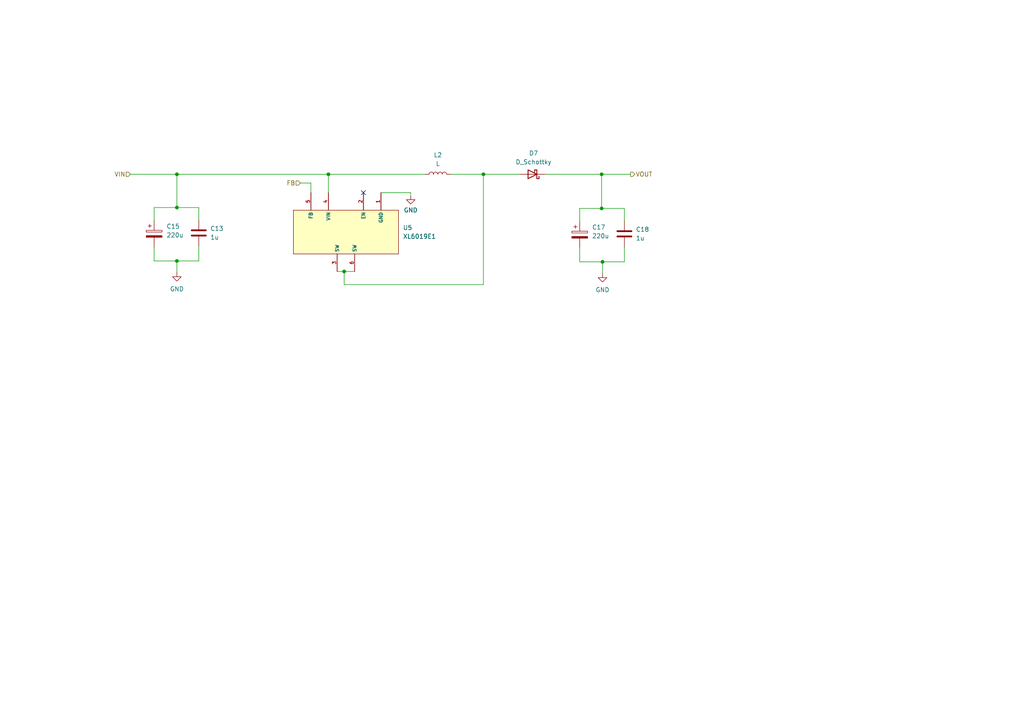
<source format=kicad_sch>
(kicad_sch (version 20230121) (generator eeschema)
  (paper "A4")
  (lib_symbols
    (symbol "Device:C" (pin_numbers hide) (pin_names (offset 0.254))
      (property "Reference" "C" (at 0.635 2.54 0))
      (property "Value" "C" (at 0.635 -2.54 0))
      (symbol "C_0_1"
        (polyline (pts (xy -2.032 -0.762) (xy 2.032 -0.762)) (stroke (width 0.508)))
        (polyline (pts (xy -2.032 0.762) (xy 2.032 0.762)) (stroke (width 0.508)))
      )
      (symbol "C_1_1"
        (pin passive line (at 0 3.81 270) (length 2.794) (name "~") (number "1"))
        (pin passive line (at 0 -3.81 90) (length 2.794) (name "~") (number "2"))
      )
    )
    (symbol "Device:C_Polarized" (pin_numbers hide) (pin_names (offset 0.254))
      (property "Reference" "C" (at 0.635 2.54 0))
      (property "Value" "C_Polarized" (at 0.635 -2.54 0))
      (symbol "C_Polarized_0_1"
        (rectangle (start -2.286 0.508) (end 2.286 1.016))
        (polyline (pts (xy -1.778 2.286) (xy -0.762 2.286)))
        (polyline (pts (xy -1.27 2.794) (xy -1.27 1.778)))
        (rectangle (start 2.286 -0.508) (end -2.286 -1.016) (fill (type outline)))
      )
      (symbol "C_Polarized_1_1"
        (pin passive line (at 0 3.81 270) (length 2.794) (name "~") (number "1"))
        (pin passive line (at 0 -3.81 90) (length 2.794) (name "~") (number "2"))
      )
    )
    (symbol "Device:D_Schottky" (pin_numbers hide) (pin_names (offset 1.016) hide)
      (property "Reference" "D" (at 0 2.54 0))
      (property "Value" "D_Schottky" (at 0 -2.54 0))
      (symbol "D_Schottky_0_1"
        (polyline (pts (xy 1.27 0) (xy -1.27 0)))
        (polyline (pts (xy 1.27 1.27) (xy 1.27 -1.27) (xy -1.27 0) (xy 1.27 1.27)) (stroke (width 0.254)))
        (polyline (pts (xy -1.905 0.635) (xy -1.905 1.27) (xy -1.27 1.27) (xy -1.27 -1.27) (xy -0.635 -1.27) (xy -0.635 -0.635)) (stroke (width 0.254)))
      )
      (symbol "D_Schottky_1_1"
        (pin passive line (at -3.81 0 0) (length 2.54) (name "K") (number "1"))
        (pin passive line (at 3.81 0 180) (length 2.54) (name "A") (number "2"))
      )
    )
    (symbol "Device:L" (pin_numbers hide) (pin_names (offset 1.016) hide)
      (property "Reference" "L" (at -1.27 0 90))
      (property "Value" "L" (at 1.905 0 90))
      (symbol "L_0_1"
        (arc (start 0 -2.54) (mid 0.6323 -1.905) (end 0 -1.27))
        (arc (start 0 -1.27) (mid 0.6323 -0.635) (end 0 0))
        (arc (start 0 0) (mid 0.6323 0.635) (end 0 1.27))
        (arc (start 0 1.27) (mid 0.6323 1.905) (end 0 2.54))
      )
      (symbol "L_1_1"
        (pin passive line (at 0 3.81 270) (length 1.27) (name "1") (number "1"))
        (pin passive line (at 0 -3.81 90) (length 1.27) (name "2") (number "2"))
      )
    )
    (symbol "XL6019:XL6019E1"
      (property "Reference" "U" (at 0 1.27 0))
      (property "Value" "XL6019E1" (at 0 -2.54 0))
      (symbol "XL6019E1_0_1"
        (rectangle (start -6.35 15.24) (end 6.35 -15.24) (fill (type background)))
        (pin unspecified line (at 11.43 -10.16 180) (length 5.08) (name "GND") (number "1"))
        (pin unspecified line (at 11.43 -5.08 180) (length 5.08) (name "EN") (number "2"))
        (pin unspecified line (at -11.43 2.54 0) (length 5.08) (name "SW") (number "3"))
        (pin unspecified line (at 11.43 5.08 180) (length 5.08) (name "VIN") (number "4"))
        (pin unspecified line (at 11.43 10.16 180) (length 5.08) (name "FB") (number "5"))
        (pin unspecified line (at -11.43 -2.54 0) (length 5.08) (name "SW") (number "6"))
      )
    )
    (symbol "power:GND" (power) (pin_names (offset 0))
      (property "Value" "GND" (at 0 -3.81 0))
      (symbol "GND_0_1"
        (polyline (pts (xy 0 0) (xy 0 -1.27) (xy 1.27 -1.27) (xy 0 -2.54) (xy -1.27 -1.27) (xy 0 -1.27)))
      )
      (symbol "GND_1_1"
        (pin power_in line (at 0 0 270) (length 0) hide (name "GND") (number "1"))
      )
    )
  )
  (junction (at 99.822 78.74))
  (junction (at 51.308 60.198))
  (junction (at 51.308 75.692))
  (junction (at 174.752 75.946))
  (junction (at 174.498 60.452))
  (junction (at 95.25 50.546))
  (junction (at 140.208 50.546))
  (junction (at 174.498 50.546))
  (junction (at 51.308 50.546))
  (no_connect (at 105.41 55.88))
  (wire (pts (xy 44.704 60.198) (xy 51.308 60.198)))
  (wire (pts (xy 110.49 55.88) (xy 119.126 55.88)))
  (wire (pts (xy 44.704 64.008) (xy 44.704 60.198)))
  (wire (pts (xy 51.308 50.546) (xy 95.25 50.546)))
  (wire (pts (xy 51.308 50.546) (xy 51.308 60.198)))
  (wire (pts (xy 97.79 78.74) (xy 99.822 78.74)))
  (wire (pts (xy 99.822 82.55) (xy 140.208 82.55)))
  (wire (pts (xy 168.148 60.452) (xy 174.498 60.452)))
  (wire (pts (xy 181.102 75.946) (xy 181.102 71.628)))
  (wire (pts (xy 140.208 82.55) (xy 140.208 50.546)))
  (wire (pts (xy 174.752 75.946) (xy 174.752 79.248)))
  (wire (pts (xy 168.148 71.882) (xy 168.148 75.946)))
  (wire (pts (xy 95.25 50.546) (xy 95.25 55.88)))
  (wire (pts (xy 51.308 60.198) (xy 57.658 60.198)))
  (wire (pts (xy 158.242 50.546) (xy 174.498 50.546)))
  (wire (pts (xy 44.704 71.628) (xy 44.704 75.692)))
  (wire (pts (xy 99.822 78.74) (xy 102.87 78.74)))
  (wire (pts (xy 57.658 75.692) (xy 57.658 71.374)))
  (wire (pts (xy 168.148 75.946) (xy 174.752 75.946)))
  (wire (pts (xy 174.498 50.546) (xy 174.498 60.452)))
  (wire (pts (xy 90.17 53.086) (xy 90.17 55.88)))
  (wire (pts (xy 99.822 78.74) (xy 99.822 82.55)))
  (wire (pts (xy 37.846 50.546) (xy 51.308 50.546)))
  (wire (pts (xy 119.126 55.88) (xy 119.126 56.388)))
  (wire (pts (xy 174.498 60.452) (xy 181.102 60.452)))
  (wire (pts (xy 174.752 75.946) (xy 181.102 75.946)))
  (wire (pts (xy 95.25 50.546) (xy 123.19 50.546)))
  (wire (pts (xy 51.308 75.692) (xy 51.308 78.994)))
  (wire (pts (xy 130.81 50.546) (xy 140.208 50.546)))
  (wire (pts (xy 174.498 50.546) (xy 182.88 50.546)))
  (wire (pts (xy 168.148 64.262) (xy 168.148 60.452)))
  (wire (pts (xy 57.658 60.198) (xy 57.658 63.754)))
  (wire (pts (xy 140.208 50.546) (xy 150.622 50.546)))
  (wire (pts (xy 44.704 75.692) (xy 51.308 75.692)))
  (wire (pts (xy 87.122 53.086) (xy 90.17 53.086)))
  (wire (pts (xy 51.308 75.692) (xy 57.658 75.692)))
  (wire (pts (xy 181.102 60.452) (xy 181.102 64.008)))
  (hierarchical_label "VIN" (shape input) (at 37.846 50.546 180))
  (hierarchical_label "FB" (shape input) (at 87.122 53.086 180))
  (hierarchical_label "VOUT" (shape output) (at 182.88 50.546 0))
  (symbol (lib_id "power:GND") (at 174.752 79.248 0) (unit 1)
    (property "Reference" "#PWR019" (effects hide))
    (property "Value" "GND" (at 174.752 84.074 0))
    (instances (project "ups-12v" (path "" (reference "#PWR019") (unit 1)) (path "" (reference "#PWR020") (unit 1))))
  )
  (symbol (lib_id "power:GND") (at 51.308 78.994 0) (unit 1)
    (property "Reference" "#PWR017" (effects hide))
    (property "Value" "GND" (at 51.308 83.82 0))
    (instances (project "ups-12v" (path "" (reference "#PWR017") (unit 1)) (path "" (reference "#PWR018") (unit 1))))
  )
  (symbol (lib_id "Device:C") (at 57.658 67.564 0) (unit 1)
    (property "Reference" "C13" (at 60.96 66.294 0) (effects (justify left)))
    (property "Value" "1u" (at 60.96 68.834 0) (effects (justify left)))
    (instances (project "ups-12v" (path "" (reference "C13") (unit 1)) (path "" (reference "C14") (unit 1))))
  )
  (symbol (lib_id "XL6019:XL6019E1") (at 100.33 67.31 90) (unit 1)
    (property "Reference" "U5" (at 116.84 66.04 90) (effects (justify right)))
    (property "Value" "XL6019E1" (at 116.84 68.58 90) (effects (justify right)))
    (property "Footprint" "footprint:TO-263-5_L10.2-W9.9-P1.70-LS14.4-TL" (effects hide))
    (property "Datasheet" "https://www.ti.com/cn/lit/ds/symlink/lm2596.pdf?ts=1620549987829" (effects hide))
    (property "LCSC" "C73018" (effects hide))
    (instances (project "ups-12v" (path "" (reference "U5") (unit 1)) (path "" (reference "U6") (unit 1))))
  )
  (symbol (lib_id "Device:L") (at 127 50.546 90) (unit 1)
    (property "Reference" "L2" (at 127 44.958 90))
    (property "Value" "L" (at 127 47.498 90))
    (instances (project "ups-12v" (path "" (reference "L2") (unit 1)) (path "" (reference "L3") (unit 1))))
  )
  (symbol (lib_id "Device:C_Polarized") (at 168.148 68.072 0) (unit 1)
    (property "Reference" "C17" (at 171.704 65.913 0) (effects (justify left)))
    (property "Value" "220u" (at 171.704 68.453 0) (effects (justify left)))
    (instances (project "ups-12v" (path "" (reference "C17") (unit 1)) (path "" (reference "C19") (unit 1))))
  )
  (symbol (lib_id "Device:D_Schottky") (at 154.432 50.546 180) (unit 1)
    (property "Reference" "D7" (at 154.7495 44.45 0))
    (property "Value" "D_Schottky" (at 154.7495 46.99 0))
    (instances (project "ups-12v" (path "" (reference "D7") (unit 1)) (path "" (reference "D8") (unit 1))))
  )
  (symbol (lib_id "power:GND") (at 119.126 56.642 0) (unit 1)
    (property "Reference" "#PWR015" (effects hide))
    (property "Value" "GND" (at 119.126 60.96 0))
    (instances (project "ups-12v" (path "" (reference "#PWR015") (unit 1)) (path "" (reference "#PWR016") (unit 1))))
  )
  (symbol (lib_id "Device:C_Polarized") (at 44.704 67.818 0) (unit 1)
    (property "Reference" "C15" (at 48.26 65.659 0) (effects (justify left)))
    (property "Value" "220u" (at 48.26 68.199 0) (effects (justify left)))
    (instances (project "ups-12v" (path "" (reference "C15") (unit 1)) (path "" (reference "C16") (unit 1))))
  )
  (symbol (lib_id "Device:C") (at 181.102 67.818 0) (unit 1)
    (property "Reference" "C18" (at 184.404 66.548 0) (effects (justify left)))
    (property "Value" "1u" (at 184.404 69.088 0) (effects (justify left)))
    (instances (project "ups-12v" (path "" (reference "C18") (unit 1)) (path "" (reference "C20") (unit 1))))
  )
)
</source>
